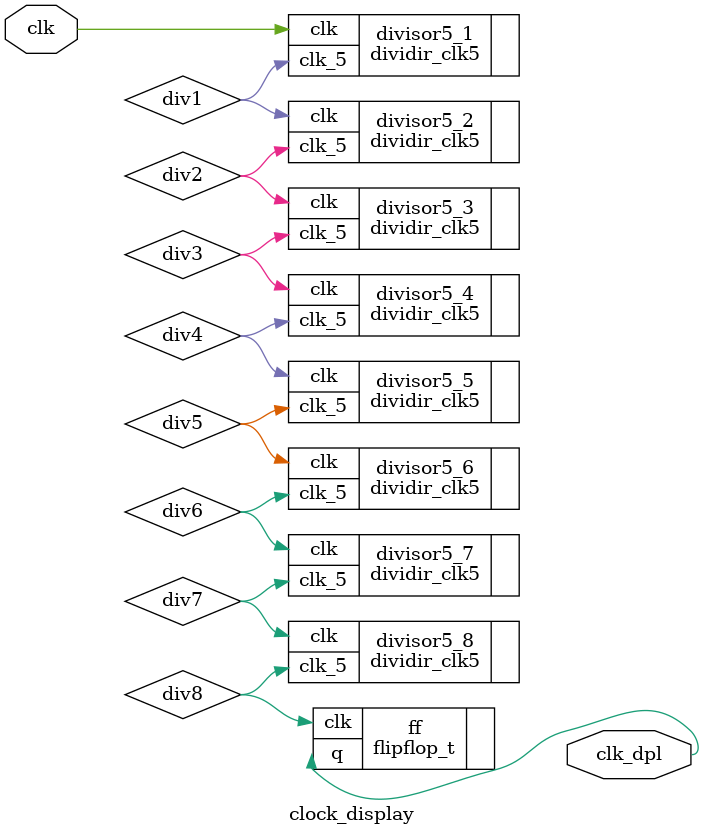
<source format=v>

module clock_display(clk, clk_dpl);
  input clk ; // Recebe o clk, como entrada
  output clk_dpl; // Clock de saida que será de 64Hz

  
  wire div1, div2, div3, div4, div5, div6, div7, div8; //Fios que recebem as divizões do clk por 5

/*  ////DIVISÃO/////
    1 d/5 -> clk = 10Mhz
    2 d/5 -> clk = 2MHz 
    3 d/5 -> clk = 400KHz
    4 d/5 -> clk = 80KHz
    5 d/5 -> clk = 16KHz
    6 d/5 -> clk = 3.2KHz
    7 d/5 -> clk = 640Hz
    8 d/5 -> clk = 128Hz
    9 d/2 -> clk = 64Hz
  */
  dividir_clk5 divisor5_1( // O modulo divide o clock por 5
    .clk(clk), // Entrada de 50MHz
    .clk_5(div1) // saida de 10MHz
  );

  dividir_clk5 divisor5_2( // O modulo divide o clock por 5
    .clk(div1), // Entrada de 10MHz
    .clk_5(div2) // Saida de 2MHz
  );

  dividir_clk5 divisor5_3( // O modulo divide o clock por 5
    .clk(div2), // Entrada de 2MHz
    .clk_5(div3) // Saida de 400KHz
  );

  dividir_clk5 divisor5_4( // O modulo divide o clock por 5
    .clk(div3), // Entrada de 400KHz
    .clk_5(div4) // Saida de 80KHz
  );

  dividir_clk5 divisor5_5( // O modulo divide o clock por 5
    .clk(div4), // Entrada de 80KHz
    .clk_5(div5) // Saida de 16KHz
  );

  dividir_clk5 divisor5_6( // O modulo divide o clock por 5
    .clk(div5), // Entrada de 16KHz
    .clk_5(div6) // Saida de 3.2KHz
  );

  dividir_clk5 divisor5_7( // O modulo divide o clock por 5
    .clk(div6), // Entrada de 3.2KHz
    .clk_5(div7) // Saida de 640Hz
  );

  dividir_clk5 divisor5_8( // O modulo divide o clock por 5
    .clk(div7), // Entrada de 640Hz
    .clk_5(div8) // Saida de 128Hz
  );
  
  flipflop_t ff(
    .clk(div8), // Entrada de 128Hz
    .q(clk_dpl) // Saida de 64Hz
  );
  
endmodule
</source>
